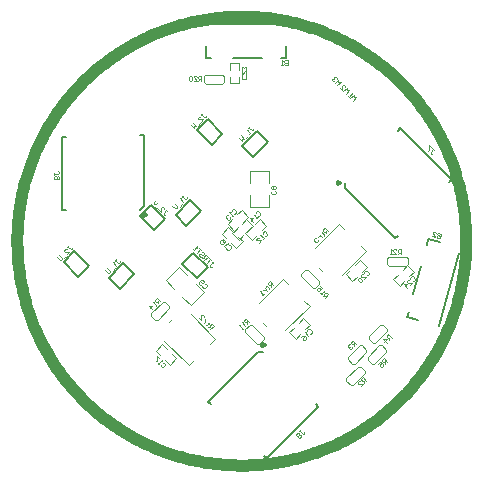
<source format=gbo>
G04*
G04 #@! TF.GenerationSoftware,Altium Limited,Altium Designer,20.0.13 (296)*
G04*
G04 Layer_Color=32896*
%FSLAX44Y44*%
%MOMM*%
G71*
G01*
G75*
%ADD10C,0.1000*%
%ADD11C,0.2000*%
%ADD14C,0.3000*%
%ADD15C,1.0000*%
G54D10*
X1487180Y1036163D02*
X1489184D01*
X1492778Y1039757D02*
Y1041879D01*
X1482879Y1051778D02*
X1480757D01*
X1477222Y1048243D02*
Y1046121D01*
X1440180Y989163D02*
X1442184D01*
X1445778Y992757D02*
Y994879D01*
X1435879Y1004778D02*
X1433757D01*
X1430222Y1001243D02*
Y999121D01*
X1350163Y1014820D02*
Y1012816D01*
X1353757Y1009222D02*
X1355879D01*
X1365778Y1019121D02*
Y1021243D01*
X1362243Y1024778D02*
X1360121D01*
X1396416Y1217000D02*
X1395000Y1215584D01*
Y1210500D02*
X1396500Y1209000D01*
X1410500D02*
X1412000Y1210500D01*
Y1215500D02*
X1410500Y1217000D01*
X1551917Y1063000D02*
X1550500Y1061584D01*
Y1056500D02*
X1552000Y1055000D01*
X1566000D02*
X1567500Y1056500D01*
X1567500Y1061500D02*
X1566000Y1063000D01*
X1546743Y1005278D02*
X1544621D01*
X1550278Y999621D02*
Y1001743D01*
X1538257Y989722D02*
X1540379D01*
X1534663Y995320D02*
Y993316D01*
X1537257Y972222D02*
X1539379D01*
X1533722Y977879D02*
Y975757D01*
X1545743Y987778D02*
X1543621D01*
X1549337Y982180D02*
Y984184D01*
X1529243Y987778D02*
X1527121D01*
X1532778Y982121D02*
Y984243D01*
X1520757Y972222D02*
X1522879D01*
X1517163Y977820D02*
Y975816D01*
X1527743Y969778D02*
X1525621D01*
X1531278Y964121D02*
Y966243D01*
X1519257Y954222D02*
X1521379D01*
X1515663Y959820D02*
Y957816D01*
X1492615Y1053686D02*
X1495444Y1050858D01*
X1511707Y1047322D02*
X1532213Y1067828D01*
X1527971Y1072071D02*
X1532213Y1067828D01*
X1509586Y1090456D02*
X1513828Y1086213D01*
X1489080Y1069950D02*
X1509586Y1090456D01*
X1520818Y1042161D02*
X1524707Y1046050D01*
X1515161Y1047818D02*
X1519050Y1051707D01*
X1515161Y1047818D02*
X1520818Y1042161D01*
X1527182Y1059839D02*
X1532839Y1054182D01*
X1528950Y1050293D02*
X1532839Y1054182D01*
X1523293Y1055950D02*
X1527182Y1059839D01*
X1489184Y1036163D02*
X1492778Y1039757D01*
X1477222Y1046121D02*
X1487180Y1036163D01*
X1482879Y1051778D02*
X1492778Y1041879D01*
X1477222Y1048243D02*
X1480757Y1051778D01*
X1472818Y993161D02*
X1476707Y997050D01*
X1467161Y998818D02*
X1471050Y1002707D01*
X1467161Y998818D02*
X1472818Y993161D01*
X1479182Y1010839D02*
X1484839Y1005182D01*
X1480950Y1001293D02*
X1484839Y1005182D01*
X1475293Y1006950D02*
X1479182Y1010839D01*
X1444929Y1007101D02*
X1447757Y1004272D01*
X1464021Y1000736D02*
X1484527Y1021243D01*
X1480284Y1025485D02*
X1484527Y1021243D01*
X1461900Y1043870D02*
X1466142Y1039627D01*
X1441393Y1023364D02*
X1461900Y1043870D01*
X1442184Y989163D02*
X1445778Y992757D01*
X1430222Y999121D02*
X1440181Y989163D01*
X1435879Y1004778D02*
X1445778Y994879D01*
X1430222Y1001243D02*
X1433757Y1004778D01*
X1350163Y1012816D02*
X1353757Y1009222D01*
X1350163Y1014819D02*
X1360121Y1024778D01*
X1355879Y1009222D02*
X1365778Y1019121D01*
X1362243Y1024778D02*
X1365778Y1021243D01*
X1365151Y1007678D02*
X1367979Y1010506D01*
X1361615Y991414D02*
X1382121Y970908D01*
X1386364Y975151D01*
X1400506Y989293D02*
X1404749Y993536D01*
X1384243Y1014042D02*
X1404749Y993536D01*
X1410161Y1082182D02*
X1414050Y1078293D01*
X1415818Y1087839D02*
X1419707Y1083950D01*
X1410161Y1082182D02*
X1415818Y1087839D01*
X1422182Y1070161D02*
X1427839Y1075818D01*
X1418293Y1074050D02*
X1422182Y1070161D01*
X1423950Y1079707D02*
X1427839Y1075818D01*
X1424598Y1077161D02*
X1428487Y1081050D01*
X1418941Y1082818D02*
X1422830Y1086707D01*
X1418941Y1082818D02*
X1424598Y1077161D01*
X1430962Y1094839D02*
X1436619Y1089182D01*
X1432730Y1085293D02*
X1436619Y1089182D01*
X1427073Y1090950D02*
X1430962Y1094839D01*
X1423293Y1098607D02*
X1427182Y1102496D01*
X1428950Y1092950D02*
X1432839Y1096839D01*
X1427182Y1102496D02*
X1432839Y1096839D01*
X1415161Y1090475D02*
X1420818Y1084818D01*
X1415161Y1090475D02*
X1419050Y1094364D01*
X1420818Y1084818D02*
X1424707Y1088707D01*
X1435912Y1077161D02*
X1439801Y1081050D01*
X1430255Y1082818D02*
X1434144Y1086707D01*
X1430255Y1082818D02*
X1435912Y1077161D01*
X1442276Y1094839D02*
X1447933Y1089182D01*
X1444043Y1085293D02*
X1447933Y1089182D01*
X1438386Y1090950D02*
X1442276Y1094839D01*
X1388192Y1040122D02*
X1395264Y1033050D01*
X1376879Y1028808D02*
X1383950Y1021736D01*
X1374050Y1054264D02*
X1381121Y1047192D01*
X1362736Y1042950D02*
X1369808Y1035879D01*
X1362736Y1042950D02*
X1374050Y1054264D01*
X1383950Y1021736D02*
X1395264Y1033050D01*
X1450000Y1105000D02*
Y1115000D01*
X1434000Y1105000D02*
Y1115000D01*
X1450000Y1125000D02*
X1450000Y1135000D01*
X1434000Y1135000D02*
X1434000Y1125000D01*
X1434000Y1135000D02*
X1450000Y1135000D01*
X1434000Y1105000D02*
X1450000Y1105000D01*
X1367950Y980707D02*
X1371839Y976818D01*
X1362293Y975050D02*
X1366182Y971161D01*
X1371839Y976818D01*
X1354161Y983182D02*
X1359818Y988839D01*
X1363707Y984950D01*
X1354161Y983182D02*
X1358050Y979293D01*
X1417000Y1221000D02*
X1417000Y1226500D01*
X1425000Y1221000D02*
Y1226500D01*
X1417000D02*
X1425000D01*
X1417000Y1209500D02*
X1425000Y1209500D01*
X1417000Y1209500D02*
X1417000Y1215000D01*
X1425000D02*
X1425000Y1209500D01*
X1563293Y1051950D02*
X1567182Y1055839D01*
X1568950Y1046293D02*
X1572839Y1050182D01*
X1567182Y1055839D02*
X1572839Y1050182D01*
X1555161Y1043818D02*
X1560818Y1038161D01*
X1555161Y1043818D02*
X1559050Y1047707D01*
X1560818Y1038161D02*
X1564707Y1042050D01*
X1395000Y1210500D02*
Y1215584D01*
X1396417Y1217001D02*
X1410500Y1217000D01*
X1396500Y1209000D02*
X1410500Y1209000D01*
X1412000Y1210500D02*
X1412000Y1215500D01*
X1550500Y1056500D02*
Y1061583D01*
X1551917Y1063000D02*
X1566000D01*
X1552000Y1055000D02*
X1566000D01*
X1567500Y1056500D02*
Y1061500D01*
X1546743Y1005278D02*
X1550278Y1001742D01*
X1540378Y989722D02*
X1550278Y999622D01*
X1534663Y995320D02*
X1544621Y1005278D01*
X1534663Y993316D02*
X1538257Y989722D01*
X1533722Y975757D02*
X1537257Y972222D01*
X1533722Y977879D02*
X1543622Y987778D01*
X1539379Y972222D02*
X1549337Y982180D01*
X1545742Y987778D02*
X1549337Y984184D01*
X1529243Y987778D02*
X1532778Y984243D01*
X1522879Y972222D02*
X1532778Y982122D01*
X1517163Y977820D02*
X1527121Y987778D01*
X1517163Y975816D02*
X1520757Y972222D01*
X1527742Y969778D02*
X1531278Y966242D01*
X1521379Y954222D02*
X1531278Y964121D01*
X1515663Y959820D02*
X1525621Y969778D01*
X1515663Y957816D02*
X1519257Y954222D01*
X1362948Y1102497D02*
X1363891Y1101554D01*
X1363419Y1102026D01*
X1361063Y1099669D01*
X1361063Y1098727D01*
X1361534Y1098256D01*
X1362477D01*
X1357293Y1102497D02*
X1359178Y1100612D01*
Y1104382D01*
X1359649Y1104853D01*
X1360592D01*
X1361534Y1103911D01*
Y1102968D01*
X1355879D02*
X1353994Y1104853D01*
X1356351Y1109094D02*
X1354466Y1107209D01*
X1352581D01*
X1352581Y1109094D01*
X1354466Y1110980D01*
X1500362Y1084534D02*
X1497534Y1087362D01*
X1496121Y1085948D01*
Y1085006D01*
X1497063Y1084063D01*
X1498006Y1084063D01*
X1499419Y1085477D01*
X1498477Y1084534D02*
X1498477Y1082649D01*
X1494707Y1083592D02*
X1495178Y1083121D01*
X1495649Y1083592D01*
X1494707Y1082649D01*
X1495178Y1083121D01*
X1496592Y1081707D01*
Y1080764D01*
X1493293Y1081236D02*
X1495178Y1079351D01*
X1494236Y1080293D01*
X1493293Y1080293D01*
X1492351D01*
X1491879Y1079822D01*
X1489994Y1078879D02*
X1489052D01*
X1488109Y1077937D01*
Y1076994D01*
X1488581Y1076523D01*
X1489523D01*
X1489994Y1076994D01*
X1489523Y1076523D01*
X1489523Y1075581D01*
X1489994Y1075109D01*
X1490937D01*
X1491879Y1076052D01*
Y1076994D01*
X1400534Y1001288D02*
X1403362Y1004115D01*
X1401948Y1005529D01*
X1401006D01*
X1400063Y1004586D01*
X1400063Y1003644D01*
X1401477Y1002230D01*
X1400534Y1003172D02*
X1398649Y1003173D01*
X1399592Y1006943D02*
X1399121Y1006471D01*
X1399592Y1006000D01*
X1398649Y1006943D01*
X1399121Y1006471D01*
X1397707Y1005058D01*
X1396764D01*
X1397236Y1008356D02*
X1395351Y1006471D01*
X1396293Y1007414D01*
X1396293Y1008356D01*
Y1009299D01*
X1395822Y1009770D01*
X1390638Y1011184D02*
X1392523Y1009299D01*
Y1013069D01*
X1392994Y1013540D01*
X1393937D01*
X1394879Y1012598D01*
Y1011655D01*
X1453648Y1039226D02*
X1450820Y1042053D01*
X1449407Y1040640D01*
Y1039697D01*
X1450349Y1038755D01*
X1451292Y1038755D01*
X1452706Y1040168D01*
X1451763Y1039226D02*
X1451763Y1037341D01*
X1447993Y1038283D02*
X1448464Y1037812D01*
X1448936Y1038283D01*
X1447993Y1037341D01*
X1448464Y1037812D01*
X1449878Y1036398D01*
Y1035456D01*
X1446579Y1035927D02*
X1448464Y1034042D01*
X1447522Y1034985D01*
X1446579Y1034985D01*
X1445637D01*
X1445166Y1034513D01*
X1445637Y1031215D02*
X1444694Y1030272D01*
X1445166Y1030743D01*
X1442338Y1033571D01*
X1443280D01*
X1497564Y1028052D02*
X1500392Y1030879D01*
X1498978Y1032293D01*
X1498036D01*
X1497093Y1031351D01*
X1497093Y1030408D01*
X1498507Y1028994D01*
X1497564Y1029937D02*
X1495679Y1029937D01*
X1494737Y1030879D02*
X1493794Y1031822D01*
X1494266Y1031351D01*
X1497093Y1034178D01*
Y1033236D01*
X1493323Y1037948D02*
X1495208Y1036063D01*
X1493794Y1034649D01*
X1493323Y1036063D01*
X1492852Y1036534D01*
X1491909D01*
X1490967Y1035592D01*
Y1034649D01*
X1491909Y1033707D01*
X1492852D01*
X1357948Y1025121D02*
X1355121Y1027948D01*
X1353707Y1026534D01*
Y1025592D01*
X1354649Y1024649D01*
X1355592Y1024649D01*
X1357006Y1026063D01*
X1356063Y1025121D02*
X1356063Y1023236D01*
X1355121Y1022293D02*
X1354178Y1021351D01*
X1354649Y1021822D01*
X1351822Y1024649D01*
X1352764D01*
X1351351Y1018523D02*
X1348523Y1021351D01*
X1351351Y1021351D01*
X1349466Y1019466D01*
X1433477Y1007649D02*
X1430649Y1010477D01*
X1429236Y1009063D01*
Y1008121D01*
X1430178Y1007178D01*
X1431121Y1007178D01*
X1432534Y1008592D01*
X1431592Y1007649D02*
X1431592Y1005764D01*
X1430649Y1004822D02*
X1429707Y1003879D01*
X1430178Y1004351D01*
X1427351Y1007178D01*
X1428293D01*
Y1002466D02*
X1427351Y1001523D01*
X1427822Y1001994D01*
X1424994Y1004822D01*
X1425937D01*
X1402069Y1058759D02*
X1403011Y1057816D01*
X1402540Y1058288D01*
X1400184Y1055931D01*
X1400184Y1054989D01*
X1400655Y1054518D01*
X1401597D01*
X1401126Y1059701D02*
X1399241Y1061586D01*
X1400184Y1060644D01*
X1397356Y1057816D01*
X1395471Y1059701D02*
X1398299Y1062529D01*
X1396885Y1063943D01*
X1395943D01*
X1395000Y1063000D01*
X1395000Y1062057D01*
X1396414Y1060644D01*
X1395471Y1061586D02*
X1393586Y1061586D01*
X1393115Y1066770D02*
X1394057D01*
X1395000Y1065828D01*
Y1064885D01*
X1394529Y1064414D01*
X1393586D01*
X1392644Y1065356D01*
X1391701Y1065356D01*
X1391230Y1064885D01*
Y1063943D01*
X1392173Y1063000D01*
X1393115D01*
X1392644Y1068184D02*
X1390759Y1070069D01*
X1391701Y1069126D01*
X1388874Y1066299D01*
X1386989Y1068184D02*
X1386046Y1069126D01*
X1386517Y1068655D01*
X1389345Y1071483D01*
Y1070540D01*
X1392349Y1182848D02*
X1393292Y1183791D01*
X1392821Y1183319D01*
X1395177Y1180963D01*
X1396119Y1180963D01*
X1396591Y1181434D01*
Y1182377D01*
X1392349Y1177193D02*
X1394234Y1179078D01*
X1390464D01*
X1389993Y1179549D01*
Y1180492D01*
X1390936Y1181434D01*
X1391878D01*
Y1175779D02*
X1389993Y1173894D01*
X1385752Y1176251D02*
X1388579Y1173423D01*
X1386694D01*
Y1171538D01*
X1383867Y1174366D01*
X1279349Y1070848D02*
X1280292Y1071791D01*
X1279821Y1071319D01*
X1282177Y1068963D01*
X1283119Y1068963D01*
X1283591Y1069434D01*
Y1070377D01*
X1279349Y1065193D02*
X1281234Y1067078D01*
X1277464D01*
X1276993Y1067549D01*
Y1068492D01*
X1277936Y1069434D01*
X1278878D01*
Y1063779D02*
X1276993Y1061894D01*
X1272752Y1064251D02*
X1275108Y1061894D01*
Y1060952D01*
X1274166Y1060009D01*
X1273223D01*
X1270867Y1062366D01*
X1432614Y1171591D02*
X1433556Y1172533D01*
X1433085Y1172062D01*
X1435441Y1169706D01*
X1436384Y1169706D01*
X1436855Y1170177D01*
Y1171120D01*
X1434499Y1167821D02*
X1433556Y1166879D01*
X1434028Y1167350D01*
X1431200Y1170177D01*
X1432142D01*
X1432614Y1164994D02*
X1430729Y1163109D01*
X1426487Y1165465D02*
X1429315Y1162637D01*
X1427430D01*
Y1160752D01*
X1424603Y1163580D01*
X1376414Y1113712D02*
X1377356Y1114655D01*
X1376885Y1114184D01*
X1379241Y1111827D01*
X1380184Y1111827D01*
X1380655Y1112299D01*
Y1113241D01*
X1378299Y1109942D02*
X1377356Y1109000D01*
X1377827Y1109471D01*
X1375000Y1112299D01*
X1375943D01*
X1376414Y1107115D02*
X1374529Y1105230D01*
X1370287Y1107586D02*
X1372173Y1105701D01*
Y1103816D01*
X1370287Y1103816D01*
X1368403Y1105701D01*
X1319614Y1059591D02*
X1320556Y1060534D01*
X1320085Y1060062D01*
X1322441Y1057706D01*
X1323384Y1057706D01*
X1323855Y1058177D01*
Y1059120D01*
X1321499Y1055821D02*
X1320556Y1054878D01*
X1321028Y1055350D01*
X1318200Y1058177D01*
X1319142D01*
X1319614Y1052993D02*
X1317729Y1051108D01*
X1313488Y1053465D02*
X1315844Y1051108D01*
Y1050166D01*
X1314901Y1049223D01*
X1313959D01*
X1311602Y1051580D01*
X1530943Y1048828D02*
Y1049770D01*
X1531885Y1050713D01*
X1532827D01*
X1534713Y1048828D01*
Y1047885D01*
X1533770Y1046943D01*
X1532827D01*
X1530471Y1043644D02*
X1532356Y1045529D01*
X1528586D01*
X1528115Y1046000D01*
Y1046943D01*
X1529057Y1047885D01*
X1530000D01*
X1527173Y1045058D02*
X1526230D01*
X1525287Y1044115D01*
Y1043173D01*
X1527173Y1041288D01*
X1528115D01*
X1529057Y1042230D01*
Y1043173D01*
X1527173Y1045058D01*
X1482707Y999642D02*
Y1000585D01*
X1483649Y1001527D01*
X1484592D01*
X1486477Y999642D01*
Y998700D01*
X1485534Y997757D01*
X1484592D01*
X1484121Y996344D02*
X1483178Y995401D01*
X1483649Y995872D01*
X1480822Y998700D01*
X1481764D01*
X1477052Y994930D02*
X1478466Y995401D01*
X1480351D01*
X1481293Y994458D01*
Y993516D01*
X1480351Y992573D01*
X1479408D01*
X1478937Y993045D01*
X1478937Y993987D01*
X1480351Y995401D01*
X1416111Y1072432D02*
X1417053D01*
X1417996Y1071489D01*
Y1070547D01*
X1416111Y1068662D01*
X1415168D01*
X1414226Y1069604D01*
Y1070547D01*
X1412812Y1071018D02*
X1411870Y1071961D01*
X1412341Y1071489D01*
X1415168Y1074317D01*
Y1073374D01*
X1411398Y1078087D02*
X1413283Y1076202D01*
X1411870Y1074788D01*
X1411398Y1076202D01*
X1410927Y1076673D01*
X1409985D01*
X1409042Y1075731D01*
Y1074788D01*
X1409985Y1073846D01*
X1410927D01*
X1439093Y1099431D02*
Y1100373D01*
X1440036Y1101316D01*
X1440978D01*
X1442863Y1099431D01*
Y1098488D01*
X1441921Y1097546D01*
X1440978D01*
X1440507Y1096132D02*
X1439565Y1095190D01*
X1440036Y1095661D01*
X1437208Y1098488D01*
X1438151D01*
X1436737Y1092362D02*
X1433909Y1095190D01*
X1436737Y1095190D01*
X1434852Y1093305D01*
X1418624Y1101281D02*
Y1102224D01*
X1419566Y1103166D01*
X1420509D01*
X1422394Y1101281D01*
Y1100339D01*
X1421451Y1099396D01*
X1420509D01*
X1420038Y1097982D02*
X1419095Y1097040D01*
X1419566Y1097511D01*
X1416739Y1100339D01*
X1417681D01*
X1415325Y1097982D02*
X1414383D01*
X1413440Y1097040D01*
Y1096097D01*
X1413911Y1095626D01*
X1414854D01*
X1415325Y1096097D01*
X1414854Y1095626D01*
X1414854Y1094684D01*
X1415325Y1094212D01*
X1416268D01*
X1417210Y1095155D01*
Y1096097D01*
X1444750Y1082299D02*
Y1083242D01*
X1445693Y1084184D01*
X1446635D01*
X1448520Y1082299D01*
Y1081357D01*
X1447578Y1080414D01*
X1446635D01*
X1446164Y1079000D02*
X1445222Y1078058D01*
X1445693Y1078529D01*
X1442865Y1081357D01*
X1443808D01*
X1441923Y1074759D02*
X1443808Y1076644D01*
X1440038D01*
X1439566Y1077115D01*
Y1078058D01*
X1440509Y1079000D01*
X1441452D01*
X1430332Y1215666D02*
X1430999Y1214999D01*
Y1213667D01*
X1430332Y1213000D01*
X1427666D01*
X1427000Y1213667D01*
Y1214999D01*
X1427666Y1215666D01*
X1427000Y1219665D02*
Y1216999D01*
X1429666Y1219665D01*
X1430332D01*
X1430999Y1218998D01*
Y1217665D01*
X1430332Y1216999D01*
Y1220997D02*
X1430999Y1221664D01*
Y1222997D01*
X1430332Y1223663D01*
X1429666D01*
X1428999Y1222997D01*
Y1222330D01*
Y1222997D01*
X1428333Y1223663D01*
X1427666D01*
X1427000Y1222997D01*
Y1221664D01*
X1427666Y1220997D01*
X1569954Y1044221D02*
Y1045163D01*
X1570896Y1046106D01*
X1571839D01*
X1573724Y1044221D01*
Y1043278D01*
X1572781Y1042336D01*
X1571839D01*
X1569483Y1039037D02*
X1571368Y1040922D01*
X1567598D01*
X1567126Y1041393D01*
Y1042336D01*
X1568069Y1043278D01*
X1569011D01*
X1567126Y1036681D02*
X1564299Y1039508D01*
X1567126Y1039508D01*
X1565241Y1037623D01*
X1393000Y1212000D02*
Y1215999D01*
X1391001D01*
X1390334Y1215332D01*
Y1213999D01*
X1391001Y1213333D01*
X1393000D01*
X1391667D02*
X1390334Y1212000D01*
X1386335D02*
X1389001D01*
X1386335Y1214666D01*
Y1215332D01*
X1387002Y1215999D01*
X1388335D01*
X1389001Y1215332D01*
X1385003D02*
X1384336Y1215999D01*
X1383003D01*
X1382337Y1215332D01*
Y1212666D01*
X1383003Y1212000D01*
X1384336D01*
X1385003Y1212666D01*
Y1215332D01*
X1562000Y1065000D02*
Y1068999D01*
X1560001D01*
X1559334Y1068332D01*
Y1066999D01*
X1560001Y1066333D01*
X1562000D01*
X1560667D02*
X1559334Y1065000D01*
X1555336D02*
X1558001D01*
X1555336Y1067666D01*
Y1068332D01*
X1556002Y1068999D01*
X1557335D01*
X1558001Y1068332D01*
X1554003Y1065000D02*
X1552670D01*
X1553336D01*
Y1068999D01*
X1554003Y1068332D01*
X1508000Y1208000D02*
X1510827Y1210827D01*
X1508943D01*
X1508943Y1212712D01*
X1506115Y1209885D01*
X1507529Y1213184D02*
Y1214126D01*
X1506586Y1215069D01*
X1505644D01*
X1505172Y1214597D01*
Y1213655D01*
X1505644Y1213184D01*
X1505172Y1213655D01*
X1504230Y1213655D01*
X1503759Y1213184D01*
Y1212241D01*
X1504701Y1211299D01*
X1505644D01*
X1515000Y1201000D02*
X1517827Y1203828D01*
X1515943D01*
X1515943Y1205713D01*
X1513115Y1202885D01*
X1510287Y1205713D02*
X1512173Y1203828D01*
Y1207598D01*
X1512644Y1208069D01*
X1513586D01*
X1514529Y1207126D01*
Y1206184D01*
X1521000Y1195000D02*
X1523828Y1197828D01*
X1521942D01*
X1521942Y1199713D01*
X1519115Y1196885D01*
X1518172Y1197828D02*
X1517230Y1198770D01*
X1517701Y1198299D01*
X1520529Y1201126D01*
Y1200184D01*
X1360289Y973241D02*
X1361232D01*
X1362174Y972299D01*
Y971356D01*
X1360289Y969471D01*
X1359347D01*
X1358404Y970414D01*
Y971356D01*
X1356991Y971827D02*
X1356048Y972770D01*
X1356519Y972299D01*
X1359347Y975126D01*
Y974184D01*
X1357462Y977011D02*
X1355577Y978896D01*
X1355105Y978425D01*
Y974655D01*
X1354634Y974184D01*
X1554000Y994318D02*
X1551172Y997145D01*
X1549759Y995732D01*
Y994789D01*
X1550701Y993847D01*
X1551644Y993847D01*
X1553058Y995260D01*
X1552115Y994318D02*
X1552115Y992433D01*
X1549759Y990077D02*
X1546931Y992904D01*
X1549759Y992904D01*
X1547874Y991019D01*
X1524000Y989000D02*
X1521172Y991827D01*
X1519759Y990414D01*
Y989471D01*
X1520701Y988529D01*
X1521644Y988529D01*
X1523058Y989942D01*
X1522115Y989000D02*
X1522115Y987115D01*
X1518816Y988529D02*
X1517874D01*
X1516931Y987586D01*
Y986644D01*
X1517402Y986172D01*
X1518345D01*
X1518816Y986644D01*
X1518345Y986172D01*
X1518345Y985230D01*
X1518816Y984759D01*
X1519759D01*
X1520701Y985701D01*
Y986644D01*
X1550278Y974000D02*
X1547451Y976827D01*
X1546037Y975414D01*
Y974471D01*
X1546980Y973529D01*
X1547922Y973529D01*
X1549336Y974942D01*
X1548393Y974000D02*
X1548393Y972115D01*
X1542738D02*
X1544623Y974000D01*
X1546037Y972586D01*
X1544623Y972115D01*
X1544152Y971644D01*
Y970701D01*
X1545095Y969759D01*
X1546037D01*
X1546980Y970701D01*
Y971644D01*
X1532778Y957816D02*
X1529951Y960644D01*
X1528537Y959230D01*
Y958288D01*
X1529479Y957345D01*
X1530422Y957345D01*
X1531836Y958759D01*
X1530893Y957816D02*
X1530893Y955931D01*
X1528066Y953104D02*
X1529951Y954989D01*
X1526181D01*
X1525709Y955460D01*
Y956403D01*
X1526652Y957345D01*
X1527594D01*
X1588943Y1154212D02*
X1589885Y1153270D01*
X1589414Y1153741D01*
X1587057Y1151385D01*
X1587057Y1150443D01*
X1587529Y1149971D01*
X1588471D01*
X1588000Y1155155D02*
X1586115Y1157040D01*
X1585644Y1156569D01*
Y1152799D01*
X1585172Y1152327D01*
X1475788Y914942D02*
X1476730Y915885D01*
X1476259Y915414D01*
X1478615Y913057D01*
X1479557Y913057D01*
X1480029Y913529D01*
Y914471D01*
X1475316Y913529D02*
X1474374D01*
X1473431Y912586D01*
Y911644D01*
X1473902Y911172D01*
X1474845D01*
X1474845Y910230D01*
X1475316Y909759D01*
X1476259D01*
X1477201Y910701D01*
Y911644D01*
X1476730Y912115D01*
X1475788Y912115D01*
Y913057D01*
X1475316Y913529D01*
X1475788Y912115D02*
X1474845Y911172D01*
X1268501Y1132334D02*
Y1133667D01*
Y1133001D01*
X1271833D01*
X1272500Y1133667D01*
Y1134333D01*
X1271833Y1135000D01*
Y1131001D02*
X1272500Y1130335D01*
Y1129002D01*
X1271833Y1128335D01*
X1269168D01*
X1268501Y1129002D01*
Y1130335D01*
X1269168Y1131001D01*
X1269834D01*
X1270501Y1130335D01*
Y1128335D01*
X1395735Y1040120D02*
X1396677D01*
X1397620Y1039177D01*
Y1038235D01*
X1395735Y1036350D01*
X1394792D01*
X1393850Y1037292D01*
Y1038235D01*
X1392907Y1039177D02*
X1391965D01*
X1391022Y1040120D01*
Y1041062D01*
X1392907Y1042947D01*
X1393850D01*
X1394792Y1042005D01*
Y1041062D01*
X1394321Y1040591D01*
X1393379D01*
X1391965Y1042005D01*
X1455332Y1118666D02*
X1455999Y1117999D01*
Y1116666D01*
X1455332Y1116000D01*
X1452666D01*
X1452000Y1116666D01*
Y1117999D01*
X1452666Y1118666D01*
X1455332Y1119999D02*
X1455999Y1120665D01*
Y1121998D01*
X1455332Y1122664D01*
X1454666D01*
X1453999Y1121998D01*
X1453333Y1122664D01*
X1452666D01*
X1452000Y1121998D01*
Y1120665D01*
X1452666Y1119999D01*
X1453333D01*
X1453999Y1120665D01*
X1454666Y1119999D01*
X1455332D01*
X1453999Y1120665D02*
Y1121998D01*
X1595621Y1082317D02*
X1594586Y1078454D01*
X1592655Y1078971D01*
X1592184Y1079788D01*
X1592356Y1080432D01*
X1593172Y1080903D01*
X1595103Y1080385D01*
X1593172Y1080903D01*
X1592701Y1081719D01*
X1592873Y1082363D01*
X1593690Y1082834D01*
X1595621Y1082317D01*
X1588148Y1080179D02*
X1590724Y1079489D01*
X1588839Y1082754D01*
X1589011Y1083398D01*
X1589827Y1083869D01*
X1591115Y1083524D01*
X1591586Y1082708D01*
X1466000Y1228999D02*
Y1225000D01*
X1464001D01*
X1463334Y1225666D01*
Y1226333D01*
X1464001Y1226999D01*
X1466000D01*
X1464001D01*
X1463334Y1227666D01*
Y1228332D01*
X1464001Y1228999D01*
X1466000D01*
X1462001Y1225000D02*
X1460668D01*
X1461335D01*
Y1228999D01*
X1462001Y1228332D01*
G54D11*
X1385940Y1066253D02*
X1398313Y1053878D01*
X1376747Y1057061D02*
X1385940Y1066253D01*
X1376747Y1057061D02*
X1389121Y1044686D01*
X1398313Y1053878D01*
X1353242Y1085186D02*
X1362435Y1094379D01*
X1340868Y1097561D02*
X1353242Y1085186D01*
X1340868Y1097561D02*
X1350061Y1106753D01*
X1362435Y1094379D01*
X1439950Y1169142D02*
X1449142Y1159949D01*
X1436768Y1147575D02*
X1449142Y1159949D01*
X1427576Y1156768D02*
X1436768Y1147575D01*
X1427576Y1156768D02*
X1439950Y1169142D01*
X1401621Y1157686D02*
X1410813Y1166879D01*
X1389247Y1170061D02*
X1401621Y1157686D01*
X1389247Y1170061D02*
X1398440Y1179253D01*
X1410813Y1166879D01*
X1383450Y1110642D02*
X1392642Y1101449D01*
X1380268Y1089075D02*
X1392642Y1101449D01*
X1371076Y1098268D02*
X1380268Y1089075D01*
X1371076Y1098268D02*
X1383450Y1110642D01*
X1326950Y1057142D02*
X1336142Y1047949D01*
X1323768Y1035575D02*
X1336142Y1047949D01*
X1314576Y1044768D02*
X1323768Y1035575D01*
X1314576Y1044768D02*
X1326950Y1057142D01*
X1288621Y1045686D02*
X1297814Y1054878D01*
X1276247Y1058061D02*
X1288621Y1045686D01*
X1276247Y1058061D02*
X1285440Y1067253D01*
X1297814Y1054878D01*
X1489876Y937965D02*
X1491998Y935843D01*
X1446036Y894124D02*
X1448157Y892003D01*
X1441086Y982512D02*
X1445329D01*
X1398660Y940086D02*
X1441086Y982512D01*
X1398660Y940086D02*
X1400744Y938001D01*
X1448157Y892003D02*
X1491998Y935843D01*
X1559136Y1169670D02*
X1561258Y1171792D01*
X1602977Y1125830D02*
X1605099Y1127951D01*
X1514589Y1120880D02*
Y1125123D01*
Y1120880D02*
X1557015Y1078454D01*
X1559100Y1080538D01*
X1561258Y1171792D02*
X1605099Y1127951D01*
X1567390Y1011826D02*
X1568425Y1015689D01*
X1567390Y1011826D02*
X1576498Y1009386D01*
X1572567Y1031144D02*
X1579037Y1055293D01*
X1583696Y1072679D02*
X1584990Y1077509D01*
X1594436Y1004579D02*
X1611001Y1066398D01*
X1584990Y1077509D02*
X1594586Y1074937D01*
X1460500Y1231500D02*
X1464500D01*
Y1240929D01*
X1419500Y1231500D02*
X1444500D01*
X1396500D02*
X1401500D01*
X1400500Y1259500D02*
X1464500D01*
X1396500Y1231500D02*
Y1241435D01*
X1275000Y1102500D02*
X1278000D01*
X1275000Y1164500D02*
X1278000D01*
X1341000Y1102500D02*
X1344000Y1105500D01*
Y1165500D01*
X1341052D02*
X1344000D01*
X1275000Y1102500D02*
Y1164500D01*
G54D14*
X1446599Y988169D02*
X1444693Y989269D01*
Y987069D01*
X1446599Y988169D01*
X1510202Y1125123D02*
X1508297Y1126223D01*
Y1124023D01*
X1510202Y1125123D01*
X1346270Y1098500D02*
X1344365Y1099600D01*
Y1097400D01*
X1346270Y1098500D01*
G54D15*
X1562475Y1209448D02*
X1560679Y1211244D01*
X1558860Y1213015D01*
X1557017Y1214762D01*
X1555151Y1216484D01*
X1553262Y1218181D01*
X1551350Y1219853D01*
X1549417Y1221499D01*
X1547461Y1223119D01*
X1545484Y1224712D01*
X1543486Y1226279D01*
X1541468Y1227820D01*
X1539428Y1229333D01*
X1537369Y1230818D01*
X1535290Y1232277D01*
X1533192Y1233707D01*
X1531075Y1235109D01*
X1528939Y1236482D01*
X1526785Y1237827D01*
X1524614Y1239143D01*
X1522425Y1240430D01*
X1520219Y1241688D01*
X1517996Y1242916D01*
X1515757Y1244114D01*
X1513503Y1245282D01*
X1511233Y1246420D01*
X1508948Y1247527D01*
X1506648Y1248604D01*
X1504334Y1249650D01*
X1502007Y1250665D01*
X1499666Y1251648D01*
X1497312Y1252601D01*
X1494945Y1253522D01*
X1492567Y1254411D01*
X1490177Y1255268D01*
X1487775Y1256093D01*
X1485363Y1256886D01*
X1482940Y1257647D01*
X1480508Y1258375D01*
X1478065Y1259071D01*
X1475614Y1259734D01*
X1473154Y1260364D01*
X1470686Y1260962D01*
X1468211Y1261526D01*
X1465728Y1262057D01*
X1463238Y1262555D01*
X1460741Y1263019D01*
X1458239Y1263450D01*
X1455731Y1263848D01*
X1453218Y1264212D01*
X1450700Y1264543D01*
X1448178Y1264840D01*
X1445653Y1265103D01*
X1443124Y1265332D01*
X1440592Y1265527D01*
X1438058Y1265689D01*
X1435522Y1265817D01*
X1432984Y1265911D01*
X1430446Y1265971D01*
X1427907Y1265997D01*
X1425367Y1265989D01*
X1422829Y1265947D01*
X1420290Y1265871D01*
X1417753Y1265761D01*
X1415218Y1265618D01*
X1412685Y1265440D01*
X1410155Y1265229D01*
X1407627Y1264984D01*
X1405103Y1264705D01*
X1402583Y1264393D01*
X1400068Y1264046D01*
X1397557Y1263667D01*
X1395052Y1263253D01*
X1392552Y1262806D01*
X1390059Y1262326D01*
X1387572Y1261813D01*
X1385092Y1261266D01*
X1382620Y1260687D01*
X1380156Y1260074D01*
X1377700Y1259428D01*
X1375253Y1258750D01*
X1372815Y1258039D01*
X1370387Y1257296D01*
X1367969Y1256520D01*
X1365562Y1255712D01*
X1363166Y1254872D01*
X1360781Y1253999D01*
X1358408Y1253095D01*
X1356047Y1252160D01*
X1353699Y1251193D01*
X1351365Y1250194D01*
X1349043Y1249165D01*
X1346736Y1248105D01*
X1344443Y1247013D01*
X1342165Y1245892D01*
X1339902Y1244740D01*
X1337655Y1243558D01*
X1335424Y1242346D01*
X1333209Y1241104D01*
X1331011Y1239833D01*
X1328830Y1238532D01*
X1326666Y1237203D01*
X1324521Y1235844D01*
X1322394Y1234457D01*
X1320285Y1233042D01*
X1318196Y1231599D01*
X1316127Y1230128D01*
X1314077Y1228629D01*
X1312047Y1227103D01*
X1310038Y1225550D01*
X1308050Y1223971D01*
X1306083Y1222365D01*
X1304138Y1220733D01*
X1302214Y1219075D01*
X1300313Y1217391D01*
X1298435Y1215683D01*
X1296580Y1213949D01*
X1294748Y1212190D01*
X1292940Y1210408D01*
X1291155Y1208601D01*
X1289395Y1206771D01*
X1287660Y1204917D01*
X1285950Y1203040D01*
X1284264Y1201141D01*
X1282605Y1199219D01*
X1280971Y1197275D01*
X1279363Y1195310D01*
X1277782Y1193323D01*
X1276227Y1191315D01*
X1274700Y1189287D01*
X1273199Y1187238D01*
X1271726Y1185170D01*
X1270281Y1183082D01*
X1268864Y1180975D01*
X1267475Y1178849D01*
X1266115Y1176705D01*
X1264784Y1174543D01*
X1263481Y1172363D01*
X1262208Y1170166D01*
X1260964Y1167952D01*
X1259750Y1165722D01*
X1258566Y1163476D01*
X1257412Y1161214D01*
X1256288Y1158937D01*
X1255195Y1156645D01*
X1254133Y1154339D01*
X1253101Y1152019D01*
X1252101Y1149685D01*
X1251132Y1147338D01*
X1250194Y1144978D01*
X1249288Y1142606D01*
X1248414Y1140222D01*
X1247571Y1137826D01*
X1246761Y1135420D01*
X1245983Y1133003D01*
X1245238Y1130575D01*
X1244525Y1128138D01*
X1243844Y1125692D01*
X1243196Y1123237D01*
X1242581Y1120773D01*
X1242000Y1118301D01*
X1241451Y1115822D01*
X1240935Y1113336D01*
X1240453Y1110843D01*
X1240004Y1108344D01*
X1239588Y1105838D01*
X1239206Y1103328D01*
X1238858Y1100813D01*
X1238543Y1098293D01*
X1238262Y1095770D01*
X1238014Y1093242D01*
X1237801Y1090712D01*
X1237621Y1088179D01*
X1237475Y1085644D01*
X1237363Y1083108D01*
X1237285Y1080570D01*
X1237241Y1078031D01*
X1237231Y1075491D01*
X1237255Y1072952D01*
X1237312Y1070414D01*
X1237404Y1067876D01*
X1237529Y1065340D01*
X1237689Y1062806D01*
X1237882Y1060274D01*
X1238109Y1057745D01*
X1238370Y1055219D01*
X1238664Y1052697D01*
X1238993Y1050179D01*
X1239354Y1047666D01*
X1239750Y1045157D01*
X1240179Y1042655D01*
X1240641Y1040158D01*
X1241137Y1037667D01*
X1241666Y1035184D01*
X1242228Y1032708D01*
X1242823Y1030239D01*
X1243451Y1027779D01*
X1244112Y1025327D01*
X1244805Y1022884D01*
X1245531Y1020451D01*
X1246290Y1018028D01*
X1247081Y1015615D01*
X1247904Y1013213D01*
X1248759Y1010822D01*
X1249646Y1008442D01*
X1250564Y1006075D01*
X1251515Y1003720D01*
X1252496Y1001378D01*
X1253509Y999050D01*
X1254553Y996735D01*
X1255628Y994435D01*
X1256733Y992149D01*
X1257869Y989878D01*
X1259035Y987622D01*
X1260231Y985382D01*
X1261457Y983158D01*
X1262712Y980951D01*
X1263997Y978761D01*
X1265311Y976588D01*
X1266654Y974433D01*
X1268026Y972296D01*
X1269426Y970178D01*
X1270854Y968079D01*
X1272311Y965998D01*
X1273794Y963938D01*
X1275306Y961897D01*
X1276844Y959877D01*
X1278410Y957878D01*
X1280001Y955899D01*
X1281620Y953942D01*
X1283264Y952007D01*
X1284934Y950095D01*
X1286629Y948204D01*
X1288349Y946337D01*
X1290094Y944492D01*
X1291864Y942671D01*
X1293658Y940874D01*
X1295476Y939101D01*
X1297317Y937352D01*
X1299182Y935629D01*
X1301069Y933930D01*
X1302979Y932256D01*
X1304911Y930609D01*
X1306865Y928987D01*
X1308840Y927392D01*
X1310837Y925823D01*
X1312854Y924281D01*
X1314892Y922766D01*
X1316950Y921278D01*
X1319027Y919818D01*
X1321124Y918386D01*
X1323240Y916982D01*
X1325374Y915607D01*
X1327527Y914260D01*
X1329698Y912942D01*
X1331885Y911653D01*
X1334090Y910393D01*
X1336312Y909163D01*
X1338549Y907963D01*
X1340803Y906793D01*
X1343072Y905653D01*
X1345356Y904544D01*
X1347655Y903465D01*
X1349967Y902417D01*
X1352294Y901400D01*
X1354634Y900414D01*
X1356987Y899459D01*
X1359353Y898536D01*
X1361730Y897645D01*
X1364120Y896786D01*
X1366521Y895958D01*
X1368932Y895163D01*
X1371354Y894400D01*
X1373786Y893669D01*
X1376227Y892971D01*
X1378678Y892306D01*
X1381137Y891674D01*
X1383604Y891074D01*
X1386080Y890508D01*
X1388562Y889974D01*
X1391052Y889474D01*
X1393548Y889007D01*
X1396050Y888574D01*
X1398558Y888174D01*
X1401070Y887807D01*
X1403588Y887475D01*
X1406109Y887176D01*
X1408635Y886910D01*
X1411163Y886678D01*
X1413695Y886481D01*
X1416229Y886317D01*
X1418765Y886187D01*
X1421302Y886090D01*
X1423841Y886028D01*
X1426380Y886000D01*
X1428919Y886005D01*
X1431458Y886045D01*
X1433996Y886118D01*
X1436534Y886226D01*
X1439069Y886367D01*
X1441602Y886542D01*
X1444133Y886751D01*
X1446660Y886994D01*
X1449185Y887271D01*
X1451705Y887581D01*
X1454221Y887925D01*
X1456732Y888302D01*
X1459238Y888713D01*
X1461738Y889158D01*
X1464232Y889636D01*
X1466719Y890147D01*
X1469199Y890691D01*
X1471672Y891269D01*
X1474137Y891879D01*
X1476593Y892522D01*
X1479041Y893198D01*
X1481479Y893907D01*
X1483908Y894649D01*
X1486327Y895422D01*
X1488735Y896228D01*
X1491132Y897066D01*
X1493517Y897936D01*
X1495891Y898838D01*
X1498253Y899771D01*
X1500601Y900736D01*
X1502937Y901732D01*
X1505259Y902760D01*
X1507568Y903818D01*
X1509861Y904907D01*
X1512141Y906027D01*
X1514405Y907177D01*
X1516653Y908357D01*
X1518885Y909567D01*
X1521102Y910807D01*
X1523301Y912076D01*
X1525483Y913374D01*
X1527648Y914702D01*
X1529794Y916059D01*
X1531923Y917443D01*
X1534032Y918857D01*
X1536123Y920298D01*
X1538194Y921767D01*
X1540245Y923264D01*
X1542276Y924788D01*
X1544287Y926339D01*
X1546277Y927917D01*
X1548245Y929521D01*
X1550192Y931152D01*
X1552116Y932808D01*
X1554019Y934490D01*
X1555899Y936197D01*
X1557756Y937929D01*
X1559589Y939685D01*
X1561399Y941467D01*
X1563185Y943272D01*
X1564947Y945100D01*
X1566684Y946953D01*
X1568396Y948828D01*
X1570083Y950726D01*
X1571744Y952646D01*
X1573380Y954588D01*
X1574989Y956553D01*
X1576573Y958538D01*
X1578129Y960544D01*
X1579659Y962571D01*
X1581161Y964619D01*
X1582636Y966686D01*
X1584083Y968772D01*
X1585502Y970878D01*
X1586892Y973003D01*
X1588255Y975146D01*
X1589588Y977307D01*
X1590892Y979485D01*
X1592168Y981681D01*
X1593413Y983894D01*
X1594630Y986123D01*
X1595816Y988368D01*
X1596972Y990629D01*
X1598098Y992905D01*
X1599193Y995196D01*
X1600257Y997502D01*
X1601291Y999821D01*
X1602293Y1002154D01*
X1603265Y1004500D01*
X1604204Y1006859D01*
X1605113Y1009231D01*
X1605989Y1011614D01*
X1606833Y1014009D01*
X1607646Y1016414D01*
X1608426Y1018831D01*
X1609174Y1021258D01*
X1609889Y1023694D01*
X1610572Y1026140D01*
X1611222Y1028595D01*
X1611839Y1031058D01*
X1612423Y1033529D01*
X1612974Y1036008D01*
X1613492Y1038494D01*
X1613976Y1040986D01*
X1614428Y1043485D01*
X1614846Y1045990D01*
X1615230Y1048500D01*
X1615580Y1051015D01*
X1615898Y1053534D01*
X1616181Y1056058D01*
X1616431Y1058585D01*
X1616646Y1061115D01*
X1616828Y1063648D01*
X1616976Y1066183D01*
X1617091Y1068719D01*
X1617171Y1071257D01*
X1617218Y1073796D01*
X1617230Y1076335D01*
X1617208Y1078875D01*
X1617153Y1081413D01*
X1617064Y1083951D01*
X1616940Y1086487D01*
X1616783Y1089022D01*
X1616592Y1091554D01*
X1616367Y1094083D01*
X1616109Y1096609D01*
X1615817Y1099132D01*
X1615491Y1101650D01*
X1615131Y1104164D01*
X1614738Y1106672D01*
X1614311Y1109175D01*
X1613851Y1111673D01*
X1613358Y1114164D01*
X1612831Y1116648D01*
X1612271Y1119125D01*
X1611678Y1121594D01*
X1611052Y1124055D01*
X1610394Y1126507D01*
X1609702Y1128950D01*
X1608978Y1131384D01*
X1608222Y1133808D01*
X1607433Y1136222D01*
X1606612Y1138625D01*
X1605759Y1141017D01*
X1604874Y1143397D01*
X1603958Y1145765D01*
X1603009Y1148120D01*
X1602030Y1150463D01*
X1601019Y1152793D01*
X1599977Y1155108D01*
X1598905Y1157410D01*
X1597801Y1159697D01*
X1596667Y1161969D01*
X1595503Y1164226D01*
X1594309Y1166467D01*
X1593085Y1168692D01*
X1591832Y1170900D01*
X1590549Y1173091D01*
X1589236Y1175265D01*
X1587895Y1177422D01*
X1586525Y1179560D01*
X1585127Y1181679D01*
X1583701Y1183780D01*
X1582246Y1185862D01*
X1580764Y1187924D01*
X1579255Y1189965D01*
X1577718Y1191987D01*
X1576154Y1193988D01*
X1574564Y1195967D01*
X1572948Y1197926D01*
X1571305Y1199862D01*
X1569637Y1201777D01*
X1567943Y1203669D01*
X1566225Y1205538D01*
X1564481Y1207384D01*
X1562715Y1209203D01*
M02*

</source>
